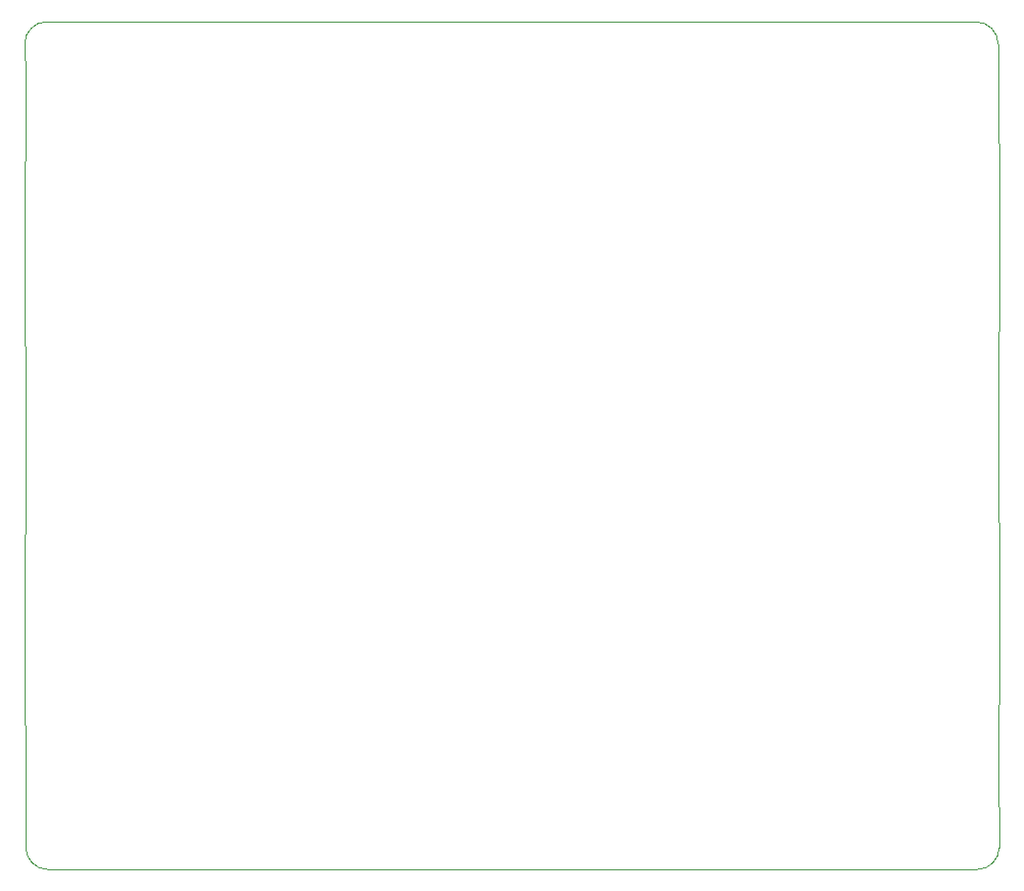
<source format=gm1>
%TF.GenerationSoftware,KiCad,Pcbnew,(5.1.12)-1*%
%TF.CreationDate,2026-01-09T19:54:51+05:30*%
%TF.ProjectId,Aniket_Board,416e696b-6574-45f4-926f-6172642e6b69,rev?*%
%TF.SameCoordinates,Original*%
%TF.FileFunction,Profile,NP*%
%FSLAX46Y46*%
G04 Gerber Fmt 4.6, Leading zero omitted, Abs format (unit mm)*
G04 Created by KiCad (PCBNEW (5.1.12)-1) date 2026-01-09 19:54:51*
%MOMM*%
%LPD*%
G01*
G04 APERTURE LIST*
%TA.AperFunction,Profile*%
%ADD10C,0.050000*%
%TD*%
G04 APERTURE END LIST*
D10*
X110000000Y-134100000D02*
X189900000Y-134100000D01*
X108100000Y-132200000D02*
X108100000Y-130100000D01*
X191800000Y-132200000D02*
X191800000Y-130100000D01*
X115800000Y-61200000D02*
X109900000Y-61200000D01*
X125600000Y-61200000D02*
X115800000Y-61200000D01*
X140000000Y-61200000D02*
X125600000Y-61200000D01*
X151700000Y-61200000D02*
X140000000Y-61200000D01*
X164000000Y-61200000D02*
X151700000Y-61200000D01*
X178300000Y-61200000D02*
X164000000Y-61200000D01*
X189800000Y-61200000D02*
X178300000Y-61200000D01*
X110000000Y-134100000D02*
G75*
G02*
X108100000Y-132200000I0J1900000D01*
G01*
X108100000Y-97400000D02*
X108000000Y-80600000D01*
X108000000Y-80600000D02*
X108100000Y-65900000D01*
X108100000Y-65900000D02*
X108000000Y-63100000D01*
X108100000Y-130100000D02*
X108000000Y-113200000D01*
X108000000Y-63100000D02*
G75*
G02*
X109900000Y-61200000I1900000J0D01*
G01*
X108000000Y-113200000D02*
X108100000Y-97400000D01*
X191700000Y-127300000D02*
X191800000Y-130100000D01*
X191800000Y-112600000D02*
X191700000Y-127300000D01*
X191700000Y-95800000D02*
X191800000Y-112600000D01*
X191800000Y-80000000D02*
X191700000Y-95800000D01*
X191700000Y-63100000D02*
X191800000Y-80000000D01*
X191800000Y-132200000D02*
G75*
G02*
X189900000Y-134100000I-1900000J0D01*
G01*
X189800000Y-61200000D02*
G75*
G02*
X191700000Y-63100000I0J-1900000D01*
G01*
M02*

</source>
